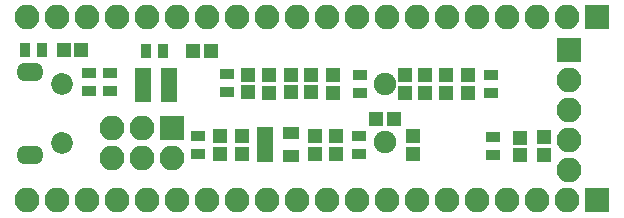
<source format=gbs>
%TF.GenerationSoftware,KiCad,Pcbnew,4.0.7*%
%TF.CreationDate,2017-11-07T18:20:37+08:00*%
%TF.ProjectId,STM32F401CCT6,53544D333246343031434354362E6B69,rev?*%
%TF.FileFunction,Soldermask,Bot*%
%FSLAX46Y46*%
G04 Gerber Fmt 4.6, Leading zero omitted, Abs format (unit mm)*
G04 Created by KiCad (PCBNEW 4.0.7) date 11/07/17 18:20:37*
%MOMM*%
%LPD*%
G01*
G04 APERTURE LIST*
%ADD10C,0.100000*%
%ADD11R,2.100000X2.100000*%
%ADD12O,2.100000X2.100000*%
%ADD13C,1.850000*%
%ADD14O,2.300000X1.600000*%
%ADD15R,0.900000X1.300000*%
%ADD16R,1.300000X0.900000*%
%ADD17R,1.460000X1.050000*%
%ADD18R,1.150000X1.200000*%
%ADD19C,1.900000*%
%ADD20R,1.200000X1.150000*%
G04 APERTURE END LIST*
D10*
D11*
X-430000Y15700000D03*
D12*
X-2970000Y15700000D03*
X-5510000Y15700000D03*
X-8050000Y15700000D03*
X-10590000Y15700000D03*
X-13130000Y15700000D03*
X-15670000Y15700000D03*
X-18210000Y15700000D03*
X-20750000Y15700000D03*
X-23290000Y15700000D03*
X-25830000Y15700000D03*
X-28370000Y15700000D03*
X-30910000Y15700000D03*
X-33450000Y15700000D03*
X-35990000Y15700000D03*
X-38530000Y15700000D03*
X-41070000Y15700000D03*
X-43610000Y15700000D03*
X-46150000Y15700000D03*
X-48690000Y15700000D03*
D11*
X-430000Y200000D03*
D12*
X-2970000Y200000D03*
X-5510000Y200000D03*
X-8050000Y200000D03*
X-10590000Y200000D03*
X-13130000Y200000D03*
X-15670000Y200000D03*
X-18210000Y200000D03*
X-20750000Y200000D03*
X-23290000Y200000D03*
X-25830000Y200000D03*
X-28370000Y200000D03*
X-30910000Y200000D03*
X-33450000Y200000D03*
X-35990000Y200000D03*
X-38530000Y200000D03*
X-41070000Y200000D03*
X-43610000Y200000D03*
X-46150000Y200000D03*
X-48690000Y200000D03*
D11*
X-36472000Y6302000D03*
D12*
X-36472000Y3762000D03*
X-39012000Y6302000D03*
X-39012000Y3762000D03*
X-41552000Y6302000D03*
X-41552000Y3762000D03*
D13*
X-45770000Y10080000D03*
X-45770000Y5080000D03*
D14*
X-48470000Y11080000D03*
X-48470000Y4080000D03*
D11*
X-2810000Y12900000D03*
D12*
X-2810000Y10360000D03*
X-2810000Y7820000D03*
X-2810000Y5280000D03*
X-2810000Y2740000D03*
D15*
X-48920000Y12930000D03*
X-47420000Y12930000D03*
D16*
X-43490000Y10970000D03*
X-43490000Y9470000D03*
X-41680000Y10970000D03*
X-41680000Y9470000D03*
D17*
X-38900000Y9020000D03*
X-38900000Y9970000D03*
X-38900000Y10920000D03*
X-36700000Y10920000D03*
X-36700000Y9020000D03*
X-36700000Y9970000D03*
D15*
X-38670000Y12870000D03*
X-37170000Y12870000D03*
D16*
X-31810000Y10860000D03*
X-31810000Y9360000D03*
D18*
X-26380000Y9350000D03*
X-26380000Y10850000D03*
X-28260000Y9320000D03*
X-28260000Y10820000D03*
X-24690000Y9340000D03*
X-24690000Y10840000D03*
X-29990000Y9340000D03*
X-29990000Y10840000D03*
X-22810000Y9330000D03*
X-22810000Y10830000D03*
D16*
X-20500000Y9290000D03*
X-20500000Y10790000D03*
D18*
X-16710000Y10830000D03*
X-16710000Y9330000D03*
X-14980000Y10830000D03*
X-14980000Y9330000D03*
X-13200000Y10830000D03*
X-13200000Y9330000D03*
X-11370000Y10830000D03*
X-11370000Y9330000D03*
D16*
X-9420000Y10790000D03*
X-9420000Y9290000D03*
D18*
X-7010000Y5510000D03*
X-7010000Y4010000D03*
D16*
X-9290000Y5540000D03*
X-9290000Y4040000D03*
X-20570000Y5630000D03*
X-20570000Y4130000D03*
D18*
X-22560000Y5650000D03*
X-22560000Y4150000D03*
X-24300000Y5660000D03*
X-24300000Y4160000D03*
D17*
X-28580000Y4000000D03*
X-28580000Y4950000D03*
X-28580000Y5900000D03*
X-26380000Y5900000D03*
X-26380000Y4000000D03*
D18*
X-30510000Y4130000D03*
X-30510000Y5630000D03*
X-32360000Y4130000D03*
X-32360000Y5630000D03*
D16*
X-34210000Y5670000D03*
X-34210000Y4170000D03*
D19*
X-18440000Y5160000D03*
X-18440000Y10040000D03*
D20*
X-34620000Y12850000D03*
X-33120000Y12850000D03*
X-44100000Y12910000D03*
X-45600000Y12910000D03*
D18*
X-4900000Y5570000D03*
X-4900000Y4070000D03*
X-16050000Y5650000D03*
X-16050000Y4150000D03*
D20*
X-19180000Y7120000D03*
X-17680000Y7120000D03*
M02*

</source>
